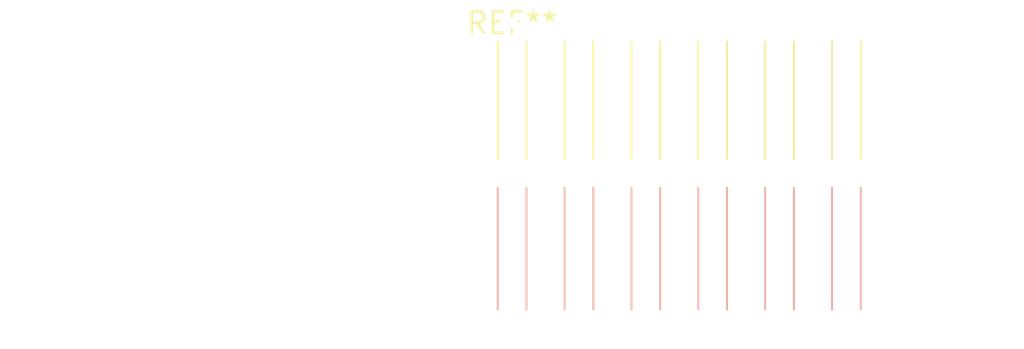
<source format=kicad_pcb>
(kicad_pcb (version 20240108) (generator pcbnew)
  (layers (0 "F.Cu" signal) (31 "B.Cu" signal) (34 "B.Paste" user) (35 "F.Paste" user) (36 "B.SilkS" user "B.Silkscreen") (37 "F.SilkS" user "F.Silkscreen") (38 "B.Mask" user) (39 "F.Mask" user) (44 "Edge.Cuts" user))
  (net 0 "")
  (footprint "SolderWire-0.15sqmm_1x06_P4mm_D0.5mm_OD1.5mm_Relief2x" (layer "F.Cu") (at 0 0)
    (property "Reference" "REF**")
    (property "Value" "SolderWire-0.15sqmm_1x06_P4mm_D0.5mm_OD1.5mm_Relief2x")
    (fp_line (start -0.86 9.86) (end -0.86 17.14) (layer "B.SilkS") (stroke (width 0.12)))
    (fp_line (start 0.86 9.86) (end 0.86 17.14) (layer "B.SilkS") (stroke (width 0.12)))
    (fp_line (start 3.14 9.86) (end 3.14 17.14) (layer "B.SilkS") (stroke (width 0.12)))
    (fp_line (start 4.86 9.86) (end 4.86 17.14) (layer "B.SilkS") (stroke (width 0.12)))
    (fp_line (start 7.14 9.86) (end 7.14 17.14) (layer "B.SilkS") (stroke (width 0.12)))
    (fp_line (start 8.86 9.86) (end 8.86 17.14) (layer "B.SilkS") (stroke (width 0.12)))
    (fp_line (start 11.14 9.86) (end 11.14 17.14) (layer "B.SilkS") (stroke (width 0.12)))
    (fp_line (start 12.86 9.86) (end 12.86 17.14) (layer "B.SilkS") (stroke (width 0.12)))
    (fp_line (start 15.14 9.86) (end 15.14 17.14) (layer "B.SilkS") (stroke (width 0.12)))
    (fp_line (start 16.86 9.86) (end 16.86 17.14) (layer "B.SilkS") (stroke (width 0.12)))
    (fp_line (start 19.14 9.86) (end 19.14 17.14) (layer "B.SilkS") (stroke (width 0.12)))
    (fp_line (start 20.86 9.86) (end 20.86 17.14) (layer "B.SilkS") (stroke (width 0.12)))
    (fp_line (start -0.86 1.11) (end -0.86 8.14) (layer "F.SilkS") (stroke (width 0.12)))
    (fp_line (start 0.86 1.11) (end 0.86 8.14) (layer "F.SilkS") (stroke (width 0.12)))
    (fp_line (start 3.14 1.11) (end 3.14 8.14) (layer "F.SilkS") (stroke (width 0.12)))
    (fp_line (start 4.86 1.11) (end 4.86 8.14) (layer "F.SilkS") (stroke (width 0.12)))
    (fp_line (start 7.14 1.11) (end 7.14 8.14) (layer "F.SilkS") (stroke (width 0.12)))
    (fp_line (start 8.86 1.11) (end 8.86 8.14) (layer "F.SilkS") (stroke (width 0.12)))
    (fp_line (start 11.14 1.11) (end 11.14 8.14) (layer "F.SilkS") (stroke (width 0.12)))
    (fp_line (start 12.86 1.11) (end 12.86 8.14) (layer "F.SilkS") (stroke (width 0.12)))
    (fp_line (start 15.14 1.11) (end 15.14 8.14) (layer "F.SilkS") (stroke (width 0.12)))
    (fp_line (start 16.86 1.11) (end 16.86 8.14) (layer "F.SilkS") (stroke (width 0.12)))
    (fp_line (start 19.14 1.11) (end 19.14 8.14) (layer "F.SilkS") (stroke (width 0.12)))
    (fp_line (start 20.86 1.11) (end 20.86 8.14) (layer "F.SilkS") (stroke (width 0.12)))
    (pad "" np_thru_hole circle (at 0 9) (size 2 2) (drill 2) (layers *.Cu *.Mask))
    (pad "" np_thru_hole circle (at 0 18) (size 2 2) (drill 2) (layers *.Cu *.Mask))
    (pad "" np_thru_hole circle (at 4 9) (size 2 2) (drill 2) (layers *.Cu *.Mask))
    (pad "" np_thru_hole circle (at 4 18) (size 2 2) (drill 2) (layers *.Cu *.Mask))
    (pad "" np_thru_hole circle (at 8 9) (size 2 2) (drill 2) (layers *.Cu *.Mask))
    (pad "" np_thru_hole circle (at 8 18) (size 2 2) (drill 2) (layers *.Cu *.Mask))
    (pad "" np_thru_hole circle (at 12 9) (size 2 2) (drill 2) (layers *.Cu *.Mask))
    (pad "" np_thru_hole circle (at 12 18) (size 2 2) (drill 2) (layers *.Cu *.Mask))
    (pad "" np_thru_hole circle (at 16 9) (size 2 2) (drill 2) (layers *.Cu *.Mask))
    (pad "" np_thru_hole circle (at 16 18) (size 2 2) (drill 2) (layers *.Cu *.Mask))
    (pad "" np_thru_hole circle (at 20 9) (size 2 2) (drill 2) (layers *.Cu *.Mask))
    (pad "" np_thru_hole circle (at 20 18) (size 2 2) (drill 2) (layers *.Cu *.Mask))
    (pad "1" thru_hole roundrect (at 0 0) (size 1.7 1.7) (drill 0.7) (layers *.Cu *.Mask) (remove_unused_layers) (roundrect_rratio 0.147059))
    (pad "2" thru_hole circle (at 4 0) (size 1.7 1.7) (drill 0.7) (layers *.Cu *.Mask) (remove_unused_layers))
    (pad "3" thru_hole circle (at 8 0) (size 1.7 1.7) (drill 0.7) (layers *.Cu *.Mask) (remove_unused_layers))
    (pad "4" thru_hole circle (at 12 0) (size 1.7 1.7) (drill 0.7) (layers *.Cu *.Mask) (remove_unused_layers))
    (pad "5" thru_hole circle (at 16 0) (size 1.7 1.7) (drill 0.7) (layers *.Cu *.Mask) (remove_unused_layers))
    (pad "6" thru_hole circle (at 20 0) (size 1.7 1.7) (drill 0.7) (layers *.Cu *.Mask) (remove_unused_layers))
  )
)
</source>
